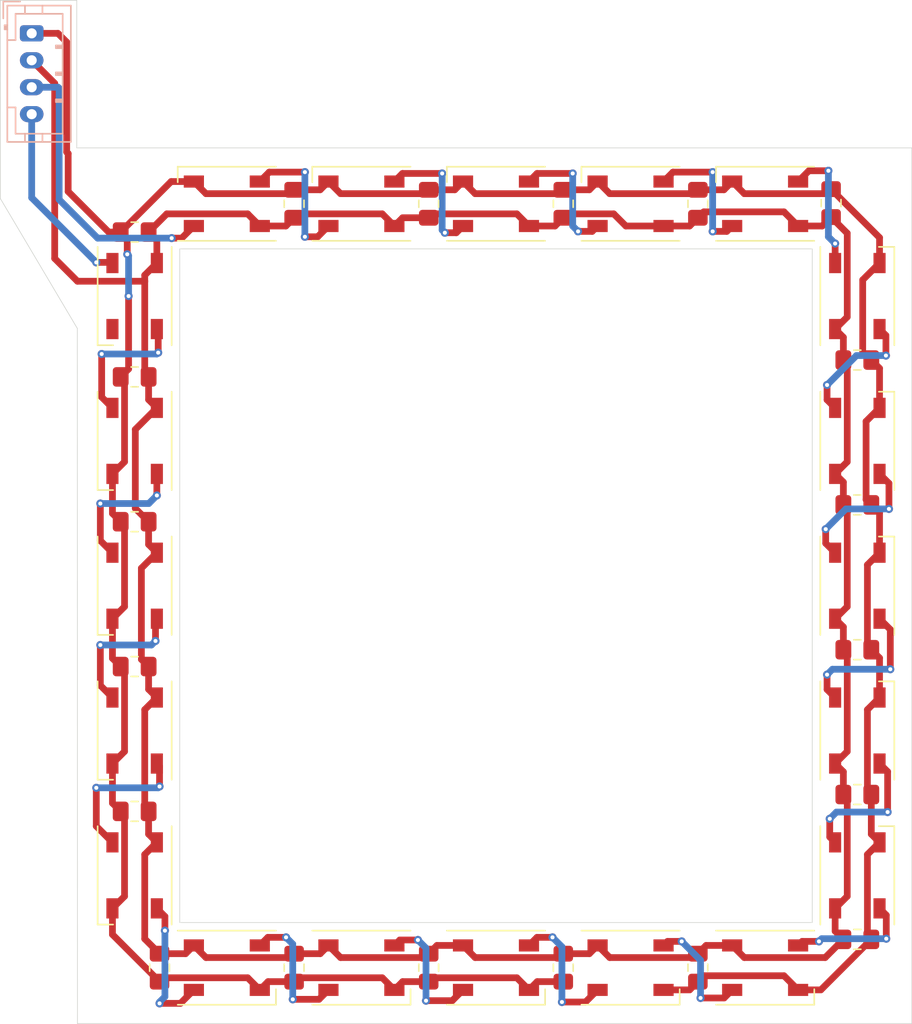
<source format=kicad_pcb>
(kicad_pcb (version 20240108) (generator "pcbnew") (generator_version "8.0")
  (layers (0 "F.Cu" signal) (31 "B.Cu" signal) (34 "B.Paste" user) (35 "F.Paste" user) (36 "B.SilkS" user "B.Silkscreen") (37 "F.SilkS" user "F.Silkscreen") (38 "B.Mask" user) (39 "F.Mask" user) (44 "Edge.Cuts" user))
  (net 0 "")
  (net 1 "Net-(D1-DOUT)")
  (net 2 "/Signal in")
  (net 3 "GND")
  (net 4 "+5V")
  (net 5 "Net-(D2-DOUT)")
  (net 6 "Net-(D3-DOUT)")
  (net 7 "Net-(D4-DOUT)")
  (net 8 "Net-(D5-DOUT)")
  (net 9 "Net-(D6-DOUT)")
  (net 10 "Net-(D7-DOUT)")
  (net 11 "Net-(D8-DOUT)")
  (net 12 "Net-(D10-DIN)")
  (net 13 "Net-(D10-DOUT)")
  (net 14 "Net-(D11-DOUT)")
  (net 15 "Net-(D12-DOUT)")
  (net 16 "Net-(D13-DOUT)")
  (net 17 "Net-(D14-DOUT)")
  (net 18 "/Signal Out")
  (net 19 "Net-(D15-DOUT)")
  (net 20 "Net-(D16-DOUT)")
  (net 21 "Net-(D18-DOUT)")
  (net 22 "Net-(D19-DOUT)")
  (net 24 "Net-(D17-DOUT)")
  (footprint "Capacitor_SMD:C_0805_2012Metric_Pad1.18x1.45mm_HandSolder" (layer "F.Cu") (at 216.9 36.6 90)
    (property "Reference" "C5" (hide yes))
    (property "Value" "C" (hide yes))
  )
  (footprint "LED_SMD:LED_WS2812B_PLCC4_5.0x5.0mm_P3.2mm" (layer "F.Cu") (at 165.15 86.5 -90)
    (property "Reference" "D16" (hide yes))
    (property "Value" "WS2812B" (hide yes))
  )
  (footprint "LED_SMD:LED_WS2812B_PLCC4_5.0x5.0mm_P3.2mm" (layer "F.Cu") (at 165.15 43.5 -90)
    (property "Reference" "D20" (hide yes))
    (property "Value" "WS2812B" (hide yes))
  )
  (footprint "Capacitor_SMD:C_0805_2012Metric_Pad1.18x1.45mm_HandSolder" (layer "F.Cu") (at 218.85 91.25)
    (property "Reference" "C10" (hide yes))
    (property "Value" "C" (hide yes))
  )
  (footprint "LED_SMD:LED_WS2812B_PLCC4_5.0x5.0mm_P3.2mm" (layer "F.Cu") (at 212 36.65 180)
    (property "Reference" "D5" (hide yes))
    (property "Value" "WS2812B" (hide yes))
  )
  (footprint "Capacitor_SMD:C_0805_2012Metric_Pad1.18x1.45mm_HandSolder" (layer "F.Cu") (at 167 93.35 -90)
    (property "Reference" "C15" (hide yes))
    (property "Value" "C" (hide yes))
  )
  (footprint "Capacitor_SMD:C_0805_2012Metric_Pad1.18x1.45mm_HandSolder" (layer "F.Cu") (at 165.15 71 180)
    (property "Reference" "C17" (hide yes))
    (property "Value" "C" (hide yes))
  )
  (footprint "Capacitor_SMD:C_0805_2012Metric_Pad1.18x1.45mm_HandSolder" (layer "F.Cu") (at 218.85 69.75)
    (property "Reference" "C8" (hide yes))
    (property "Value" "C" (hide yes))
  )
  (footprint "LED_SMD:LED_WS2812B_PLCC4_5.0x5.0mm_P3.2mm" (layer "F.Cu") (at 218.85 65 90)
    (property "Reference" "D8" (hide yes))
    (property "Value" "WS2812B" (hide yes))
  )
  (footprint "Capacitor_SMD:C_0805_2012Metric_Pad1.18x1.45mm_HandSolder" (layer "F.Cu") (at 197 36.65 90)
    (property "Reference" "C3" (hide yes))
    (property "Value" "C" (hide yes))
  )
  (footprint "LED_SMD:LED_WS2812B_PLCC4_5.0x5.0mm_P3.2mm" (layer "F.Cu") (at 218.85 75.75 90)
    (property "Reference" "D9" (hide yes))
    (property "Value" "WS2812B" (hide yes))
  )
  (footprint "MountingHole:MountingHole_2.2mm_M2" (layer "F.Cu") (at 220.4 35)
    (property "Reference" "REF**" (hide yes))
    (property "Value" "MountingHole_2.2mm_M2" (hide yes))
  )
  (footprint "Capacitor_SMD:C_0805_2012Metric_Pad1.18x1.45mm_HandSolder" (layer "F.Cu") (at 177 36.65 90)
    (property "Reference" "C1" (hide yes))
    (property "Value" "C" (hide yes))
  )
  (footprint "Capacitor_SMD:C_0805_2012Metric_Pad1.18x1.45mm_HandSolder" (layer "F.Cu") (at 187 93.35 -90)
    (property "Reference" "C13" (hide yes))
    (property "Value" "C" (hide yes))
  )
  (footprint "LED_SMD:LED_WS2812B_PLCC4_5.0x5.0mm_P3.2mm" (layer "F.Cu") (at 202 36.65 180)
    (property "Reference" "D4" (hide yes))
    (property "Value" "WS2812B" (hide yes))
  )
  (footprint "Capacitor_SMD:C_0805_2012Metric_Pad1.18x1.45mm_HandSolder" (layer "F.Cu") (at 165.15 81.75 180)
    (property "Reference" "C16" (hide yes))
    (property "Value" "C" (hide yes))
  )
  (footprint "Capacitor_SMD:C_0805_2012Metric_Pad1.18x1.45mm_HandSolder" (layer "F.Cu") (at 165.15 38.75 180)
    (property "Reference" "C20" (hide yes))
    (property "Value" "C" (hide yes))
  )
  (footprint "Capacitor_SMD:C_0805_2012Metric_Pad1.18x1.45mm_HandSolder" (layer "F.Cu") (at 165.15 49.5 180)
    (property "Reference" "C19" (hide yes))
    (property "Value" "C" (hide yes))
  )
  (footprint "LED_SMD:LED_WS2812B_PLCC4_5.0x5.0mm_P3.2mm" (layer "F.Cu") (at 165.15 54.25 -90)
    (property "Reference" "D19" (hide yes))
    (property "Value" "WS2812B" (hide yes))
  )
  (footprint "LED_SMD:LED_WS2812B_PLCC4_5.0x5.0mm_P3.2mm" (layer "F.Cu") (at 218.85 54.25 90)
    (property "Reference" "D7" (hide yes))
    (property "Value" "WS2812B" (hide yes))
  )
  (footprint "Capacitor_SMD:C_0805_2012Metric_Pad1.18x1.45mm_HandSolder" (layer "F.Cu") (at 187 36.65 90)
    (property "Reference" "C2" (hide yes))
    (property "Value" "C")
  )
  (footprint "MountingHole:MountingHole_2.2mm_M2" (layer "F.Cu") (at 220.4 95)
    (property "Reference" "REF**" (hide yes))
    (property "Value" "MountingHole_2.2mm_M2" (hide yes))
  )
  (footprint "Capacitor_SMD:C_0805_2012Metric_Pad1.18x1.45mm_HandSolder" (layer "F.Cu") (at 165.15 60.25 180)
    (property "Reference" "C18" (hide yes))
    (property "Value" "C" (hide yes))
  )
  (footprint "Capacitor_SMD:C_0805_2012Metric_Pad1.18x1.45mm_HandSolder" (layer "F.Cu") (at 207 93.35 -90)
    (property "Reference" "C11" (hide yes))
    (property "Value" "C" (hide yes))
  )
  (footprint "MountingHole:MountingHole_2.2mm_M2" (layer "F.Cu") (at 163.4 35)
    (property "Reference" "REF**" (hide yes))
    (property "Value" "MountingHole_2.2mm_M2" (hide yes))
  )
  (footprint "Capacitor_SMD:C_0805_2012Metric_Pad1.18x1.45mm_HandSolder" (layer "F.Cu") (at 177 93.35 -90)
    (property "Reference" "C14" (hide yes))
    (property "Value" "C" (hide yes))
  )
  (footprint "Capacitor_SMD:C_0805_2012Metric_Pad1.18x1.45mm_HandSolder" (layer "F.Cu") (at 218.85 48.25)
    (property "Reference" "C6" (hide yes))
    (property "Value" "C" (hide yes))
  )
  (footprint "LED_SMD:LED_WS2812B_PLCC4_5.0x5.0mm_P3.2mm" (layer "F.Cu") (at 182 93.35)
    (property "Reference" "D14" (hide yes))
    (property "Value" "WS2812B" (hide yes))
  )
  (footprint "MountingHole:MountingHole_2.2mm_M2" (layer "F.Cu") (at 163.4 95)
    (property "Reference" "REF**" (hide yes))
    (property "Value" "MountingHole_2.2mm_M2" (hide yes))
  )
  (footprint "LED_SMD:LED_WS2812B_PLCC4_5.0x5.0mm_P3.2mm" (layer "F.Cu") (at 192 36.65 180)
    (property "Reference" "D3" (hide yes))
    (property "Value" "WS2812B" (hide yes))
  )
  (footprint "LED_SMD:LED_WS2812B_PLCC4_5.0x5.0mm_P3.2mm" (layer "F.Cu") (at 172 36.65 180)
    (property "Reference" "D1" (hide yes))
    (property "Value" "WS2812B" (hide yes))
  )
  (footprint "LED_SMD:LED_WS2812B_PLCC4_5.0x5.0mm_P3.2mm" (layer "F.Cu") (at 192 93.35)
    (property "Reference" "D13" (hide yes))
    (property "Value" "WS2812B" (hide yes))
  )
  (footprint "LED_SMD:LED_WS2812B_PLCC4_5.0x5.0mm_P3.2mm" (layer "F.Cu") (at 218.85 86.5 90)
    (property "Reference" "D10" (hide yes))
    (property "Value" "WS2812B" (hide yes))
  )
  (footprint "LED_SMD:LED_WS2812B_PLCC4_5.0x5.0mm_P3.2mm" (layer "F.Cu") (at 172 93.35)
    (property "Reference" "D15" (hide yes))
    (property "Value" "WS2812B" (hide yes))
  )
  (footprint "LED_SMD:LED_WS2812B_PLCC4_5.0x5.0mm_P3.2mm" (layer "F.Cu") (at 165.15 75.75 -90)
    (property "Reference" "D17" (hide yes))
    (property "Value" "WS2812B" (hide yes))
  )
  (footprint "LED_SMD:LED_WS2812B_PLCC4_5.0x5.0mm_P3.2mm" (layer "F.Cu") (at 182 36.65 180)
    (property "Reference" "D2" (hide yes))
    (property "Value" "WS2812B" (hide yes))
  )
  (footprint "Capacitor_SMD:C_0805_2012Metric_Pad1.18x1.45mm_HandSolder" (layer "F.Cu") (at 218.85 59)
    (property "Reference" "C7" (hide yes))
    (property "Value" "C" (hide yes))
  )
  (footprint "Capacitor_SMD:C_0805_2012Metric_Pad1.18x1.45mm_HandSolder" (layer "F.Cu") (at 218.85 80.5)
    (property "Reference" "C9" (hide yes))
    (property "Value" "C" (hide yes))
  )
  (footprint "Capacitor_SMD:C_0805_2012Metric_Pad1.18x1.45mm_HandSolder" (layer "F.Cu") (at 207 36.65 90)
    (property "Reference" "C4" (hide yes))
    (property "Value" "C" (hide yes))
  )
  (footprint "LED_SMD:LED_WS2812B_PLCC4_5.0x5.0mm_P3.2mm" (layer "F.Cu") (at 165.15 65 -90)
    (property "Reference" "D18" (hide yes))
    (property "Value" "WS2812B" (hide yes))
  )
  (footprint "LED_SMD:LED_WS2812B_PLCC4_5.0x5.0mm_P3.2mm" (layer "F.Cu") (at 212 93.35)
    (property "Reference" "D11" (hide yes))
    (property "Value" "WS2812B" (hide yes))
  )
  (footprint "Capacitor_SMD:C_0805_2012Metric_Pad1.18x1.45mm_HandSolder" (layer "F.Cu") (at 197 93.35 -90)
    (property "Reference" "C12" (hide yes))
    (property "Value" "C" (hide yes))
  )
  (footprint "LED_SMD:LED_WS2812B_PLCC4_5.0x5.0mm_P3.2mm" (layer "F.Cu") (at 218.85 43.5 90)
    (property "Reference" "D6" (hide yes))
    (property "Value" "WS2812B" (hide yes))
  )
  (footprint "LED_SMD:LED_WS2812B_PLCC4_5.0x5.0mm_P3.2mm" (layer "F.Cu") (at 202 93.35)
    (property "Reference" "D12" (hide yes))
    (property "Value" "WS2812B" (hide yes))
  )
  (footprint "Connector_JST:JST_PH_B4B-PH-K_1x04_P2.00mm_Vertical" (layer "B.Cu") (at 157.5 24 -90)
    (property "Reference" "J1" (hide yes))
    (property "Value" "Conn_01x04_Pin" (hide yes))
  )
  (gr_line (start 160.9 97.5) (end 160.89 45.9) (stroke (width 0.05)) (layer "Edge.Cuts"))
  (gr_line (start 155.175 21.55) (end 155.17 36.26) (stroke (width 0.05)) (layer "Edge.Cuts"))
  (gr_line (start 160.85 32.5) (end 222.9 32.5) (stroke (width 0.05)) (layer "Edge.Cuts"))
  (gr_rect (start 168.5 40) (end 215.5 90) (stroke (width 0.05)) (fill none) (layer "Edge.Cuts"))
  (gr_line (start 222.9 97.5) (end 160.9 97.5) (stroke (width 0.05)) (layer "Edge.Cuts"))
  (gr_line (start 222.9 32.5) (end 222.9 97.5) (stroke (width 0.05)) (layer "Edge.Cuts"))
  (gr_line (start 155.17 36.26) (end 160.89 45.9) (stroke (width 0.05)) (layer "Edge.Cuts"))
  (gr_line (start 155.175 21.55) (end 160.85 21.55) (stroke (width 0.05)) (layer "Edge.Cuts"))
  (gr_line (start 160.85 21.55) (end 160.85 32.5) (stroke (width 0.05)) (layer "Edge.Cuts"))
  (segment (start 177.8 39.1) (end 178.75 39.1) (width 0.5) (layer "F.Cu") (net 1))
  (segment (start 175.15 34.3) (end 174.45 35) (width 0.5) (layer "F.Cu") (net 1))
  (segment (start 177.8 34.3) (end 175.15 34.3) (width 0.5) (layer "F.Cu") (net 1))
  (segment (start 178.75 39.1) (end 179.55 38.3) (width 0.5) (layer "F.Cu") (net 1))
  (via (at 177.8 34.3) (size 0.6) (drill 0.3) (layers "F.Cu" "B.Cu") (net 1))
  (via (at 177.8 39.1) (size 0.6) (drill 0.3) (layers "F.Cu" "B.Cu") (net 1))
  (segment (start 177.8 34.3) (end 177.8 39.1) (width 0.5) (layer "B.Cu") (net 1))
  (segment (start 168.65 39.2) (end 169.55 38.3) (width 0.5) (layer "F.Cu") (net 2))
  (segment (start 167.9 39.2) (end 168.65 39.2) (width 0.5) (layer "F.Cu") (net 2))
  (via (at 167.9 39.2) (size 0.6) (drill 0.3) (layers "F.Cu" "B.Cu") (net 2))
  (segment (start 159.46 28) (end 157.5 28) (width 0.5) (layer "B.Cu") (net 2))
  (segment (start 159.54 28.08) (end 159.54 36.34) (width 0.5) (layer "B.Cu") (net 2))
  (segment (start 162.4 39.2) (end 167.9 39.2) (width 0.5) (layer "B.Cu") (net 2))
  (segment (start 159.54 36.34) (end 162.4 39.2) (width 0.5) (layer "B.Cu") (net 2))
  (segment (start 159.54 28.08) (end 159.46 28) (width 0.5) (layer "B.Cu") (net 2))
  (segment (start 177 94.3875) (end 177.2875 94.1) (width 0.5) (layer "F.Cu") (net 3))
  (segment (start 195.0625 94.3875) (end 194.45 95) (width 0.5) (layer "F.Cu") (net 3))
  (segment (start 169.55 35) (end 167.8625 35) (width 0.5) (layer "F.Cu") (net 3))
  (segment (start 164.4 49.7875) (end 164.4 55.8) (width 0.5) (layer "F.Cu") (net 3))
  (segment (start 200.45 35.9) (end 199.55 35) (width 0.5) (layer "F.Cu") (net 3))
  (segment (start 220.5 59.6125) (end 219.8875 59) (width 0.5) (layer "F.Cu") (net 3))
  (segment (start 164.1125 49.5) (end 164.4 49.7875) (width 0.5) (layer "F.Cu") (net 3))
  (segment (start 197 94.3875) (end 195.0625 94.3875) (width 0.5) (layer "F.Cu") (net 3))
  (segment (start 219.6 90.9625) (end 219.6 84.95) (width 0.5) (layer "F.Cu") (net 3))
  (segment (start 163.5 56.7) (end 163.5 59.6375) (width 0.5) (layer "F.Cu") (net 3))
  (segment (start 177.2875 94.1) (end 183.55 94.1) (width 0.5) (layer "F.Cu") (net 3))
  (segment (start 219.25 42.3) (end 219.25 47.6125) (width 0.5) (layer "F.Cu") (net 3))
  (segment (start 216.5625 35.9) (end 216.9 35.5625) (width 0.5) (layer "F.Cu") (net 3))
  (segment (start 163.5 88.95) (end 163.5 90.8875) (width 0.5) (layer "F.Cu") (net 3))
  (segment (start 163.5 59.6375) (end 164.1125 60.25) (width 0.5) (layer "F.Cu") (net 3))
  (segment (start 163.5 78.2) (end 163.5 81.1375) (width 0.5) (layer "F.Cu") (net 3))
  (segment (start 220.5 48.8625) (end 219.8875 48.25) (width 0.5) (layer "F.Cu") (net 3))
  (segment (start 206.7125 35.9) (end 200.45 35.9) (width 0.5) (layer "F.Cu") (net 3))
  (segment (start 160.1 32.81066) (end 160.21 32.92066) (width 0.5) (layer "F.Cu") (net 3))
  (segment (start 196.7125 35.9) (end 197 35.6125) (width 0.5) (layer "F.Cu") (net 3))
  (segment (start 174.45 95) (end 173.55 94.1) (width 0.5) (layer "F.Cu") (net 3))
  (segment (start 186.7125 35.9) (end 187 35.6125) (width 0.5) (layer "F.Cu") (net 3))
  (segment (start 163.5 81.1375) (end 164.1125 81.75) (width 0.5) (layer "F.Cu") (net 3))
  (segment (start 190.45 35.9) (end 196.7125 35.9) (width 0.5) (layer "F.Cu") (net 3))
  (segment (start 219.6 84.95) (end 220.5 84.05) (width 0.5) (layer "F.Cu") (net 3))
  (segment (start 219.8875 80.5) (end 219.8875 83.4375) (width 0.5) (layer "F.Cu") (net 3))
  (segment (start 208.9375 35.6125) (end 209.55 35) (width 0.5) (layer "F.Cu") (net 3))
  (segment (start 164.6 40.4) (end 164.6 39.2375) (width 0.5) (layer "F.Cu") (net 3))
  (segment (start 220.5 39.1625) (end 220.5 41.05) (width 0.5) (layer "F.Cu") (net 3))
  (segment (start 219.6 80.2125) (end 219.6 74.2) (width 0.5) (layer "F.Cu") (net 3))
  (segment (start 163.5 67.45) (end 163.5 70.3875) (width 0.5) (layer "F.Cu") (net 3))
  (segment (start 183.55 94.1) (end 184.45 95) (width 0.5) (layer "F.Cu") (net 3))
  (segment (start 213.4 93.95) (end 207.4375 93.95) (width 0.5) (layer "F.Cu") (net 3))
  (segment (start 176.7 35.9) (end 170.45 35.9) (width 0.5) (layer "F.Cu") (net 3))
  (segment (start 207 35.6125) (end 206.7125 35.9) (width 0.5) (layer "F.Cu") (net 3))
  (segment (start 170.45 35.9) (end 169.55 35) (width 0.5) (layer "F.Cu") (net 3))
  (segment (start 187 94.3875) (end 185.0625 94.3875) (width 0.5) (layer "F.Cu") (net 3))
  (segment (start 173.55 94.1) (end 167.2875 94.1) (width 0.5) (layer "F.Cu") (net 3))
  (segment (start 197 35.6125) (end 198.9375 35.6125) (width 0.5) (layer "F.Cu") (net 3))
  (segment (start 163.5 90.8875) (end 167 94.3875) (width 0.5) (layer "F.Cu") (net 3))
  (segment (start 216.9 35.5625) (end 220.5 39.1625) (width 0.5) (layer "F.Cu") (net 3))
  (segment (start 164.1125 60.25) (end 164.4 60.5375) (width 0.5) (layer "F.Cu") (net 3))
  (segment (start 164.4 71.2875) (end 164.4 77.3) (width 0.5) (layer "F.Cu") (net 3))
  (segment (start 164.4 60.5375) (end 164.4 66.55) (width 0.5) (layer "F.Cu") (net 3))
  (segment (start 176.9875 35.6125) (end 176.7 35.9) (width 0.5) (layer "F.Cu") (net 3))
  (segment (start 167.2875 94.1) (end 167 94.3875) (width 0.5) (layer "F.Cu") (net 3))
  (segment (start 220.5 73.3) (end 220.5 70.3625) (width 0.5) (layer "F.Cu") (net 3))
  (segment (start 180.45 35.9) (end 186.7125 35.9) (width 0.5) (layer "F.Cu") (net 3))
  (segment (start 207 35.6125) (end 208.9375 35.6125) (width 0.5) (layer "F.Cu") (net 3))
  (segment (start 187 35.6125) (end 188.9375 35.6125) (width 0.5) (layer "F.Cu") (net 3))
  (segment (start 206.3875 95) (end 207 94.3875) (width 0.5) (layer "F.Cu") (net 3))
  (segment (start 164.1125 71) (end 164.4 71.2875) (width 0.5) (layer "F.Cu") (net 3))
  (segment (start 219.5 52.8) (end 220.5 51.8) (width 0.5) (layer "F.Cu") (net 3))
  (segment (start 164.7 48.9125) (end 164.7 43.5) (width 0.5) (layer "F.Cu") (net 3))
  (segment (start 187.2875 94.1) (end 193.55 94.1) (width 0.5) (layer "F.Cu") (net 3))
  (segment (start 219.8875 83.4375) (end 220.5 84.05) (width 0.5) (layer "F.Cu") (net 3))
  (segment (start 164.4 77.3) (end 163.5 78.2) (width 0.5) (layer "F.Cu") (net 3))
  (segment (start 198.9375 35.6125) (end 199.55 35) (width 0.5) (layer "F.Cu") (net 3))
  (segment (start 219.5 58.6125) (end 219.5 52.8) (width 0.5) (layer "F.Cu") (net 3))
  (segment (start 185.0625 94.3875) (end 184.45 95) (width 0.5) (layer "F.Cu") (net 3))
  (segment (start 163.5 88.95) (end 164.4 88.05) (width 0.5) (layer "F.Cu") (net 3))
  (segment (start 220.5 70.3625) (end 219.8875 69.75) (width 0.5) (layer "F.Cu") (net 3))
  (segment (start 188.9375 35.6125) (end 189.55 35) (width 0.5) (layer "F.Cu") (net 3))
  (segment (start 164.4 82.0375) (end 164.1125 81.75) (width 0.5) (layer "F.Cu") (net 3))
  (segment (start 157.5 24) (end 159.45 24) (width 0.5) (layer "F.Cu") (net 3))
  (segment (start 177 35.6125) (end 176.9875 35.6125) (width 0.5) (layer "F.Cu") (net 3))
  (segment (start 163.5 70.3875) (end 164.1125 71) (width 0.5) (layer "F.Cu") (net 3))
  (segment (start 220.5 41.05) (end 219.25 42.3) (width 0.5) (layer "F.Cu") (net 3))
  (segment (start 160.21 35.74) (end 163.22 38.75) (width 0.5) (layer "F.Cu") (net 3))
  (segment (start 219.6 63.45) (end 220.5 62.55) (width 0.5) (layer "F.Cu") (net 3))
  (segment (start 204.45 95) (end 206.3875 95) (width 0.5) (layer "F.Cu") (net 3))
  (segment (start 219.8875 59) (end 219.5 58.6125) (width 0.5) (layer "F.Cu") (net 3))
  (segment (start 160.21 32.92066) (end 160.21 35.74) (width 0.5) (layer "F.Cu") (net 3))
  (segment (start 193.55 94.1) (end 194.45 95) (width 0.5) (layer "F.Cu") (net 3))
  (segment (start 178.9375 35.6125) (end 179.55 35) (width 0.5) (layer "F.Cu") (net 3))
  (segment (start 214.45 95) (end 213.4 93.95) (width 0.5) (layer "F.Cu") (net 3))
  (segment (start 163.22 38.75) (end 164.1125 38.75) (width 0.5) (layer "F.Cu") (net 3))
  (segment (start 210.45 35.9) (end 216.5625 35.9) (width 0.5) (layer "F.Cu") (net 3))
  (segment (start 209.55 35) (end 210.45 35.9) (width 0.5) (layer "F.Cu") (net 3))
  (segment (start 220.5 62.55) (end 220.5 59.6125) (width 0.5) (layer "F.Cu") (net 3))
  (segment (start 164.6 39.2375) (end 164.1125 38.75) (width 0.5) (layer "F.Cu") (net 3))
  (segment (start 219.6 74.2) (end 220.5 73.3) (width 0.5) (layer "F.Cu") (net 3))
  (segment (start 187 94.3875) (end 187.2875 94.1) (width 0.5) (layer "F.Cu") (net 3))
  (segment (start 219.8875 80.5) (end 219.6 80.2125) (width 0.5) (layer "F.Cu") (net 3))
  (segment (start 219.25 47.6125) (end 219.8875 48.25) (width 0.5) (layer "F.Cu") (net 3))
  (segment (start 164.4 88.05) (end 164.4 82.0375) (width 0.5) (layer "F.Cu") (net 3))
  (segment (start 159.45 24) (end 160.1 24.65) (width 0.5) (layer "F.Cu") (net 3))
  (segment (start 175.0625 94.3875) (end 174.45 95) (width 0.5) (layer "F.Cu") (net 3))
  (segment (start 219.8875 69.75) (end 219.6 69.4625) (width 0.5) (layer "F.Cu") (net 3))
  (segment (start 177 94.3875) (end 175.0625 94.3875) (width 0.5) (layer "F.Cu") (net 3))
  (segment (start 220.5 51.8) (end 220.5 48.8625) (width 0.5) (layer "F.Cu") (net 3))
  (segment (start 219.6 69.4625) (end 219.6 63.45) (width 0.5) (layer "F.Cu") (net 3))
  (segment (start 219.8875 91.25) (end 219.6 90.9625) (width 0.5) (layer "F.Cu") (net 3))
  (segment (start 207.4375 93.95) (end 207 94.3875) (width 0.5) (layer "F.Cu") (net 3))
  (segment (start 216.1375 95) (end 219.8875 91.25) (width 0.5) (layer "F.Cu") (net 3))
  (segment (start 177 35.6125) (end 178.9375 35.6125) (width 0.5) (layer "F.Cu") (net 3))
  (segment (start 164.4 55.8) (end 163.5 56.7) (width 0.5) (layer "F.Cu") (net 3))
  (segment (start 179.55 35) (end 180.45 35.9) (width 0.5) (layer "F.Cu") (net 3))
  (segment (start 164.1125 49.5) (end 164.7 48.9125) (width 0.5) (layer "F.Cu") (net 3))
  (segment (start 167.8625 35) (end 164.1125 38.75) (width 0.5) (layer "F.Cu") (net 3))
  (segment (start 214.45 95) (end 216.1375 95) (width 0.5) (layer "F.Cu") (net 3))
  (segment (start 189.55 35) (end 190.45 35.9) (width 0.5) (layer "F.Cu") (net 3))
  (segment (start 164.4 66.55) (end 163.5 67.45) (width 0.5) (layer "F.Cu") (net 3))
  (segment (start 160.1 24.65) (end 160.1 32.81066) (width 0.5) (layer "F.Cu") (net 3))
  (via (at 164.7 43.5) (size 0.6) (drill 0.3) (layers "F.Cu" "B.Cu") (net 3))
  (via (at 164.6 40.4) (size 0.6) (drill 0.3) (layers "F.Cu" "B.Cu") (net 3))
  (segment (start 164.7 43.5) (end 164.7 40.5) (width 0.5) (layer "B.Cu") (net 3))
  (segment (start 164.7 40.5) (end 164.6 40.4) (width 0.5) (layer "B.Cu") (net 3))
  (segment (start 217.8125 59) (end 218.1 59.2875) (width 0.5) (layer "F.Cu") (net 4))
  (segment (start 207.4375 37.25) (end 207 37.6875) (width 0.5) (layer "F.Cu") (net 4))
  (segment (start 217.8125 46.5625) (end 217.2 45.95) (width 0.5) (layer "F.Cu") (net 4))
  (segment (start 217.8125 78.8125) (end 217.2 78.2) (width 0.5) (layer "F.Cu") (net 4))
  (segment (start 166.1875 61.9375) (end 166.8 62.55) (width 0.5) (layer "F.Cu") (net 4))
  (segment (start 184.45 38.3) (end 183.55 37.4) (width 0.5) (layer "F.Cu") (net 4))
  (segment (start 218.1 59.2875) (end 218.1 66.55) (width 0.5) (layer "F.Cu") (net 4))
  (segment (start 179.55 91.7) (end 180.45 92.6) (width 0.5) (layer "F.Cu") (net 4))
  (segment (start 218.1 48.5375) (end 218.1 55.8) (width 0.5) (layer "F.Cu") (net 4))
  (segment (start 209.55 91.7) (end 207.6125 91.7) (width 0.5) (layer "F.Cu") (net 4))
  (segment (start 194.45 38.3) (end 196.3875 38.3) (width 0.5) (layer "F.Cu") (net 4))
  (segment (start 218.1 66.55) (end 217.2 67.45) (width 0.5) (layer "F.Cu") (net 4))
  (segment (start 166.1875 49.5) (end 165.9 49.2125) (width 0.5) (layer "F.Cu") (net 4))
  (segment (start 159.21 40.71) (end 159.21 27.71) (width 0.5) (layer "F.Cu") (net 4))
  (segment (start 183.55 37.4) (end 177.2875 37.4) (width 0.5) (layer "F.Cu") (net 4))
  (segment (start 159.21 27.71) (end 157.5 26) (width 0.5) (layer "F.Cu") (net 4))
  (segment (start 177 92.3125) (end 178.9375 92.3125) (width 0.5) (layer "F.Cu") (net 4))
  (segment (start 166.1875 72.6875) (end 166.8 73.3) (width 0.5) (layer "F.Cu") (net 4))
  (segment (start 204.45 38.3) (end 206.3875 38.3) (width 0.5) (layer "F.Cu") (net 4))
  (segment (start 170.45 92.6) (end 169.55 91.7) (width 0.5) (layer "F.Cu") (net 4))
  (segment (start 165.9 84.95) (end 166.8 84.05) (width 0.5) (layer "F.Cu") (net 4))
  (segment (start 165.2 59.2625) (end 166.1875 60.25) (width 0.5) (layer "F.Cu") (net 4))
  (segment (start 218.1 70.0375) (end 218.1 77.3) (width 0.5) (layer "F.Cu") (net 4))
  (segment (start 187.6125 91.7) (end 187 92.3125) (width 0.5) (layer "F.Cu") (net 4))
  (segment (start 166.1875 51.1875) (end 166.8 51.8) (width 0.5) (layer "F.Cu") (net 4))
  (segment (start 176.3875 38.3) (end 177 37.6875) (width 0.5) (layer "F.Cu") (net 4))
  (segment (start 218.1 38.8375) (end 218.1 45.05) (width 0.5) (layer "F.Cu") (net 4))
  (segment (start 198.9375 92.3125) (end 199.55 91.7) (width 0.5) (layer "F.Cu") (net 4))
  (segment (start 217.8125 48.25) (end 217.8125 46.5625) (width 0.5) (layer "F.Cu") (net 4))
  (segment (start 214.45 38.3) (end 216.2375 38.3) (width 0.5) (layer "F.Cu") (net 4))
  (segment (start 189.55 91.7) (end 190.45 92.6) (width 0.5) (layer "F.Cu") (net 4))
  (segment (start 165.9 41.95) (end 166.8 41.05) (width 0.5) (layer "F.Cu") (net 4))
  (segment (start 165.9 91.2125) (end 165.9 84.95) (width 0.5) (layer "F.Cu") (net 4))
  (segment (start 166.1875 81.75) (end 166.1875 83.4375) (width 0.5) (layer "F.Cu") (net 4))
  (segment (start 217.8125 68.0625) (end 217.2 67.45) (width 0.5) (layer "F.Cu") (net 4))
  (segment (start 165.9 42.4) (end 165.9 41.95) (width 0.5) (layer "F.Cu") (net 4))
  (segment (start 217.8125 69.75) (end 218.1 70.0375) (width 0.5) (layer "F.Cu") (net 4))
  (segment (start 197.2875 37.4) (end 200.75 37.4) (width 0.5) (layer "F.Cu") (net 4))
  (segment (start 186.7125 92.6) (end 187 92.3125) (width 0.5) (layer "F.Cu") (net 4))
  (segment (start 165.2 53.4) (end 165.2 59.2625) (width 0.5) (layer "F.Cu") (net 4))
  (segment (start 206.3875 38.3) (end 207 37.6875) (width 0.5) (layer "F.Cu") (net 4))
  (segment (start 201.65 38.3) (end 204.45 38.3) (width 0.5) (layer "F.Cu") (net 4))
  (segment (start 218.1 88.05) (end 217.2 88.95) (width 0.5) (layer "F.Cu") (net 4))
  (segment (start 217.2 88.95) (end 217.2 90.6375) (width 0.5) (layer "F.Cu") (net 4))
  (segment (start 193.55 37.4) (end 194.45 38.3) (width 0.5) (layer "F.Cu") (net 4))
  (segment (start 218.1 80.7875) (end 218.1 88.05) (width 0.5) (layer "F.Cu") (net 4))
  (segment (start 166.1875 83.4375) (end 166.8 84.05) (width 0.5) (layer "F.Cu") (net 4))
  (segment (start 166.1875 49.5) (end 166.1875 51.1875) (width 0.5) (layer "F.Cu") (net 4))
  (segment (start 166.8 73.3) (end 165.9 74.2) (width 0.5) (layer "F.Cu") (net 4))
  (segment (start 197 37.6875) (end 197.2875 37.4) (width 0.5) (layer "F.Cu") (net 4))
  (segment (start 196.3875 38.3) (end 197 37.6875) (width 0.5) (layer "F.Cu") (net 4))
  (segment (start 189.55 91.7) (end 187.6125 91.7) (width 0.5) (layer "F.Cu") (net 4))
  (segment (start 160.9 42.4) (end 159.21 40.71) (width 0.5) (layer "F.Cu") (net 4))
  (segment (start 166.8 39.3625) (end 166.1875 38.75) (width 0.5) (layer "F.Cu") (net 4))
  (segment (start 180.45 92.6) (end 186.7125 92.6) (width 0.5) (layer "F.Cu") (net 4))
  (segment (start 167 92.3125) (end 165.9 91.2125) (width 0.5) (layer "F.Cu") (net 4))
  (segment (start 177.2875 37.4) (end 177 37.6875) (width 0.5) (layer "F.Cu") (net 4))
  (segment (start 197 92.3125) (end 198.9375 92.3125) (width 0.5) (layer "F.Cu") (net 4))
  (segment (start 217.8125 48.25) (end 218.1 48.5375) (width 0.5) (layer "F.Cu") (net 4))
  (segment (start 217.8125 91.25) (end 216.4625 92.6) (width 0.5) (layer "F.Cu") (net 4))
  (segment (start 165.65 63.7) (end 166.8 62.55) (width 0.5) (layer "F.Cu") (net 4))
  (segment (start 185.0625 37.6875) (end 184.45 38.3) (width 0.5) (layer "F.Cu") (net 4))
  (segment (start 210.45 92.6) (end 209.55 91.7) (width 0.5) (layer "F.Cu") (net 4))
  (segment (start 166.1875 71) (end 165.65 70.4625) (width 0.5) (layer "F.Cu") (net 4))
  (segment (start 217.8125 59) (end 217.8125 57.3125) (width 0.5) (layer "F.Cu") (net 4))
  (segment (start 218.1 77.3) (end 217.2 78.2) (width 0.5) (layer "F.Cu") (net 4))
  (segment (start 218.1 45.05) (end 217.2 45.95) (width 0.5) (layer "F.Cu") (net 4))
  (segment (start 217.8125 57.3125) (end 217.2 56.7) (width 0.5) (layer "F.Cu") (net 4))
  (segment (start 216.4625 92.6) (end 210.45 92.6) (width 0.5) (layer "F.Cu") (net 4))
  (segment (start 167 92.3125) (end 168.9375 92.3125) (width 0.5) (layer "F.Cu") (net 4))
  (segment (start 200.75 37.4) (end 201.65 38.3) (width 0.5) (layer "F.Cu") (net 4))
  (segment (start 167.5375 37.4) (end 173.55 37.4) (width 0.5) (layer "F.Cu") (net 4))
  (segment (start 166.1875 38.75) (end 167.5375 37.4) (width 0.5) (layer "F.Cu") (net 4))
  (segment (start 166.8 41.05) (end 166.8 39.3625) (width 0.5) (layer "F.Cu") (net 4))
  (segment (start 173.55 37.4) (end 174.45 38.3) (width 0.5) (layer "F.Cu") (net 4))
  (segment (start 187 37.6875) (end 187.2875 37.4) (width 0.5) (layer "F.Cu") (net 4))
  (segment (start 218.1 55.8) (end 217.2 56.7) (width 0.5) (layer "F.Cu") (net 4))
  (segment (start 217.8125 69.75) (end 217.8125 68.0625) (width 0.5) (layer "F.Cu") (net 4))
  (segment (start 196.7125 92.6) (end 197 92.3125) (width 0.5) (layer "F.Cu") (net 4))
  (segment (start 200.45 92.6) (end 199.55 91.7) (width 0.5) (layer "F.Cu") (net 4))
  (segment (start 206.7125 92.6) (end 200.45 92.6) (width 0.5) (layer "F.Cu") (net 4))
  (segment (start 217.2 90.6375) (end 217.8125 91.25) (width 0.5) (layer "F.Cu") (net 4))
  (segment (start 177 92.3125) (end 176.7125 92.6) (width 0.5) (layer "F.Cu") (net 4))
  (segment (start 207 92.3125) (end 206.7125 92.6) (width 0.5) (layer "F.Cu") (net 4))
  (segment (start 178.9375 92.3125) (end 179.55 91.7) (width 0.5) (layer "F.Cu") (net 4))
  (segment (start 214.45 38.3) (end 213.4 37.25) (width 0.5) (layer "F.Cu") (net 4))
  (segment (start 216.2375 38.3) (end 216.9 37.6375) (width 0.5) (layer "F.Cu") (net 4))
  (segment (start 176.7125 92.6) (end 170.45 92.6) (width 0.5) (layer "F.Cu") (net 4))
  (segment (start 216.9 37.6375) (end 218.1 38.8375) (width 0.5) (layer "F.Cu") (net 4))
  (segment (start 217.8125 80.5) (end 217.8125 78.8125) (width 0.5) (layer "F.Cu") (net 4))
  (segment (start 168.9375 92.3125) (end 169.55 91.7) (width 0.5) (layer "F.Cu") (net 4))
  (segment (start 213.4 37.25) (end 207.4375 37.25) (width 0.5) (layer "F.Cu") (net 4))
  (segment (start 187.2875 37.4) (end 193.55 37.4) (width 0.5) (layer "F.Cu") (net 4))
  (segment (start 165.9 49.2125) (end 165.9 42.4) (width 0.5) (layer "F.Cu") (net 4))
  (segment (start 166.1875 71) (end 166.1875 72.6875) (width 0.5) (layer "F.Cu") (net 4))
  (segment (start 174.45 38.3) (end 176.3875 38.3) (width 0.5) (layer "F.Cu") (net 4))
  (segment (start 165.9 74.2) (end 165.9 81.4625) (width 0.5) (layer "F.Cu") (net 4))
  (segment (start 207.6125 91.7) (end 207 92.3125) (width 0.5) (layer "F.Cu") (net 4))
  (segment (start 187 37.6875) (end 185.0625 37.6875) (width 0.5) (layer "F.Cu") (net 4))
  (segment (start 165.65 70.4625) (end 165.65 63.7) (width 0.5) (layer "F.Cu") (net 4))
  (segment (start 217.8125 80.5) (end 218.1 80.7875) (width 0.5) (layer "F.Cu") (net 4))
  (segment (start 165.9 81.4625) (end 166.1875 81.75) (width 0.5) (layer "F.Cu") (net 4))
  (segment (start 165.9 42.4) (end 160.9 42.4) (width 0.5) (layer "F.Cu") (net 4))
  (segment (start 166.1875 60.25) (end 166.1875 61.9375) (width 0.5) (layer "F.Cu") (net 4))
  (segment (start 166.8 51.8) (end 165.2 53.4) (width 0.5) (layer "F.Cu") (net 4))
  (segment (start 190.45 92.6) (end 196.7125 92.6) (width 0.5) (layer "F.Cu") (net 4))
  (segment (start 185.05 34.4) (end 188 34.4) (width 0.5) (layer "F.Cu") (net 5))
  (segment (start 189.05 38.8) (end 189.55 38.3) (width 0.5) (layer "F.Cu") (net 5))
  (segment (start 184.45 35) (end 185.05 34.4) (width 0.5) (layer "F.Cu") (net 5))
  (segment (start 188.2 38.8) (end 189.05 38.8) (width 0.5) (layer "F.Cu") (net 5))
  (via (at 188.2 38.8) (size 0.6) (drill 0.3) (layers "F.Cu" "B.Cu") (net 5))
  (via (at 188 34.4) (size 0.6) (drill 0.3) (layers "F.Cu" "B.Cu") (net 5))
  (segment (start 188 38.6) (end 188.2 38.8) (width 0.5) (layer "B.Cu") (net 5))
  (segment (start 188 34.4) (end 188 38.6) (width 0.5) (layer "B.Cu") (net 5))
  (segment (start 198.1 38.7) (end 199.15 38.7) (width 0.5) (layer "F.Cu") (net 6))
  (segment (start 195.05 34.4) (end 197.7 34.4) (width 0.5) (layer "F.Cu") (net 6))
  (segment (start 194.45 35) (end 195.05 34.4) (width 0.5) (layer "F.Cu") (net 6))
  (segment (start 199.15 38.7) (end 199.55 38.3) (width 0.5) (layer "F.Cu") (net 6))
  (via (at 198.1 38.7) (size 0.6) (drill 0.3) (layers "F.Cu" "B.Cu") (net 6))
  (via (at 197.7 34.4) (size 0.6) (drill 0.3) (layers "F.Cu" "B.Cu") (net 6))
  (segment (start 197.7 38.3) (end 198.1 38.7) (width 0.5) (layer "B.Cu") (net 6))
  (segment (start 197.7 34.4) (end 197.7 38.3) (width 0.5) (layer "B.Cu") (net 6))
  (segment (start 208.1 38.7) (end 209.15 38.7) (width 0.5) (layer "F.Cu") (net 7))
  (segment (start 204.45 35) (end 205.15 34.3) (width 0.5) (layer "F.Cu") (net 7))
  (segment (start 205.15 34.3) (end 208.1 34.3) (width 0.5) (layer "F.Cu") (net 7))
  (segment (start 209.15 38.7) (end 209.55 38.3) (width 0.5) (layer "F.Cu") (net 7))
  (via (at 208.1 38.7) (size 0.6) (drill 0.3) (layers "F.Cu" "B.Cu") (net 7))
  (via (at 208.1 34.3) (size 0.6) (drill 0.3) (layers "F.Cu" "B.Cu") (net 7))
  (segment (start 208.1 34.3) (end 208.1 38.7) (width 0.5) (layer "B.Cu") (net 7))
  (segment (start 215.25 34.2) (end 216.7 34.2) (width 0.5) (layer "F.Cu") (net 8))
  (segment (start 214.45 35) (end 215.25 34.2) (width 0.5) (layer "F.Cu") (net 8))
  (segment (start 217.2 39.6) (end 217.2 41.05) (width 0.5) (layer "F.Cu") (net 8))
  (via (at 216.7 34.2) (size 0.6) (drill 0.3) (layers "F.Cu" "B.Cu") (net 8))
  (via (at 217.2 39.6) (size 0.6) (drill 0.3) (layers "F.Cu" "B.Cu") (net 8))
  (segment (start 216.7 34.2) (end 216.7 39.1) (width 0.5) (layer "B.Cu") (net 8))
  (segment (start 216.7 39.1) (end 217.2 39.6) (width 0.5) (layer "B.Cu") (net 8))
  (segment (start 216.6 50.1) (end 216.6 51.2) (width 0.5) (layer "F.Cu") (net 9))
  (segment (start 216.6 51.2) (end 217.2 51.8) (width 0.5) (layer "F.Cu") (net 9))
  (segment (start 220.5 45.95) (end 220.975 46.425) (width 0.5) (layer "F.Cu") (net 9))
  (segment (start 220.975 46.425) (end 220.975 47.9174) (width 0.5) (layer "F.Cu") (net 9))
  (via (at 216.6 50.1) (size 0.6) (drill 0.3) (layers "F.Cu" "B.Cu") (net 9))
  (via (at 220.975 47.9174) (size 0.6) (drill 0.3) (layers "F.Cu" "B.Cu") (net 9))
  (segment (start 220.975 47.9174) (end 218.7826 47.9174) (width 0.5) (layer "B.Cu") (net 9))
  (segment (start 218.7826 47.9174) (end 216.6 50.1) (width 0.5) (layer "B.Cu") (net 9))
  (segment (start 216.5 60.8) (end 216.5 61.85) (width 0.5) (layer "F.Cu") (net 10))
  (segment (start 216.5 61.85) (end 217.2 62.55) (width 0.5) (layer "F.Cu") (net 10))
  (segment (start 221.2 57.4) (end 221.2 59.3) (width 0.5) (layer "F.Cu") (net 10))
  (segment (start 220.5 56.7) (end 221.2 57.4) (width 0.5) (layer "F.Cu") (net 10))
  (via (at 216.5 60.8) (size 0.6) (drill 0.3) (layers "F.Cu" "B.Cu") (net 10))
  (via (at 221.2 59.3) (size 0.6) (drill 0.3) (layers "F.Cu" "B.Cu") (net 10))
  (segment (start 218 59.3) (end 216.5 60.8) (width 0.5) (layer "B.Cu") (net 10))
  (segment (start 221.2 59.3) (end 218 59.3) (width 0.5) (layer "B.Cu") (net 10))
  (segment (start 220.5 67.45) (end 221.3 68.25) (width 0.5) (layer "F.Cu") (net 11))
  (segment (start 216.6 71.6) (end 216.6 72.7) (width 0.5) (layer "F.Cu") (net 11))
  (segment (start 221.3 68.25) (end 221.3 71.2) (width 0.5) (layer "F.Cu") (net 11))
  (segment (start 216.6 72.7) (end 217.2 73.3) (width 0.5) (layer "F.Cu") (net 11))
  (via (at 221.3 71.2) (size 0.6) (drill 0.3) (layers "F.Cu" "B.Cu") (net 11))
  (via (at 216.6 71.6) (size 0.6) (drill 0.3) (layers "F.Cu" "B.Cu") (net 11))
  (segment (start 221.3 71.2) (end 217 71.2) (width 0.5) (layer "B.Cu") (net 11))
  (segment (start 217 71.2) (end 216.6 71.6) (width 0.5) (layer "B.Cu") (net 11))
  (segment (start 216.8 83.65) (end 217.2 84.05) (width 0.5) (layer "F.Cu") (net 12))
  (segment (start 221.1 78.8) (end 221.1 81.8) (width 0.5) (layer "F.Cu") (net 12))
  (segment (start 216.8 82.3) (end 216.8 83.65) (width 0.5) (layer "F.Cu") (net 12))
  (segment (start 220.5 78.2) (end 221.1 78.8) (width 0.5) (layer "F.Cu") (net 12))
  (via (at 221.1 81.8) (size 0.6) (drill 0.3) (layers "F.Cu" "B.Cu") (net 12))
  (via (at 216.8 82.3) (size 0.6) (drill 0.3) (layers "F.Cu" "B.Cu") (net 12))
  (segment (start 221.1 81.8) (end 217.3 81.8) (width 0.5) (layer "B.Cu") (net 12))
  (segment (start 217.3 81.8) (end 216.8 82.3) (width 0.5) (layer "B.Cu") (net 12))
  (segment (start 216 91.4) (end 214.75 91.4) (width 0.5) (layer "F.Cu") (net 13))
  (segment (start 214.75 91.4) (end 214.45 91.7) (width 0.5) (layer "F.Cu") (net 13))
  (segment (start 221 89.45) (end 221 91.2) (width 0.5) (layer "F.Cu") (net 13))
  (segment (start 220.5 88.95) (end 221 89.45) (width 0.5) (layer "F.Cu") (net 13))
  (via (at 221 91.2) (size 0.6) (drill 0.3) (layers "F.Cu" "B.Cu") (net 13))
  (via (at 216 91.4) (size 0.6) (drill 0.3) (layers "F.Cu" "B.Cu") (net 13))
  (segment (start 216.2 91.2) (end 216 91.4) (width 0.5) (layer "B.Cu") (net 13))
  (segment (start 221 91.2) (end 216.2 91.2) (width 0.5) (layer "B.Cu") (net 13))
  (segment (start 208.95 95.6) (end 207.2 95.6) (width 0.5) (layer "F.Cu") (net 14))
  (segment (start 204.75 91.4) (end 204.45 91.7) (width 0.5) (layer "F.Cu") (net 14))
  (segment (start 209.55 95) (end 208.95 95.6) (width 0.5) (layer "F.Cu") (net 14))
  (segment (start 205.8 91.4) (end 204.75 91.4) (width 0.5) (layer "F.Cu") (net 14))
  (via (at 205.8 91.4) (size 0.6) (drill 0.3) (layers "F.Cu" "B.Cu") (net 14))
  (via (at 207.2 95.6) (size 0.6) (drill 0.3) (layers "F.Cu" "B.Cu") (net 14))
  (segment (start 207.2 95.6) (end 207.2 92.8) (width 0.5) (layer "B.Cu") (net 14))
  (segment (start 207.2 92.8) (end 205.8 91.4) (width 0.5) (layer "B.Cu") (net 14))
  (segment (start 199.55 95) (end 198.65 95.9) (width 0.5) (layer "F.Cu") (net 15))
  (segment (start 195.05 91.1) (end 194.45 91.7) (width 0.5) (layer "F.Cu") (net 15))
  (segment (start 196.2 91.1) (end 195.05 91.1) (width 0.5) (layer "F.Cu") (net 15))
  (segment (start 198.65 95.9) (end 196.9 95.9) (width 0.5) (layer "F.Cu") (net 15))
  (via (at 196.9 95.9) (size 0.6) (drill 0.3) (layers "F.Cu" "B.Cu") (net 15))
  (via (at 196.2 91.1) (size 0.6) (drill 0.3) (layers "F.Cu" "B.Cu") (net 15))
  (segment (start 196.9 91.8) (end 196.2 91.1) (width 0.5) (layer "B.Cu") (net 15))
  (segment (start 196.9 95.9) (end 196.9 91.8) (width 0.5) (layer "B.Cu") (net 15))
  (segment (start 184.854553 91.295447) (end 184.45 91.7) (width 0.5) (layer "F.Cu") (net 16))
  (segment (start 189.55 95) (end 188.75 95.8) (width 0.5) (layer "F.Cu") (net 16))
  (segment (start 186.197644 91.295447) (end 184.854553 91.295447) (width 0.5) (layer "F.Cu") (net 16))
  (segment (start 188.75 95.8) (end 186.8 95.8) (width 0.5) (layer "F.Cu") (net 16))
  (via (at 186.197644 91.295447) (size 0.6) (drill 0.3) (layers "F.Cu" "B.Cu") (net 16))
  (via (at 186.8 95.8) (size 0.6) (drill 0.3) (layers "F.Cu" "B.Cu") (net 16))
  (segment (start 186.8 91.897803) (end 186.197644 91.295447) (width 0.5) (layer "B.Cu") (net 16))
  (segment (start 186.8 95.8) (end 186.8 91.897803) (width 0.5) (layer "B.Cu") (net 16))
  (segment (start 176.4 91.1) (end 175.05 91.1) (width 0.5) (layer "F.Cu") (net 17))
  (segment (start 178.85 95.7) (end 176.9 95.7) (width 0.5) (layer "F.Cu") (net 17))
  (segment (start 175.05 91.1) (end 174.45 91.7) (width 0.5) (layer "F.Cu") (net 17))
  (segment (start 179.55 95) (end 178.85 95.7) (width 0.5) (layer "F.Cu") (net 17))
  (via (at 176.9 95.7) (size 0.6) (drill 0.3) (layers "F.Cu" "B.Cu") (net 17))
  (via (at 176.4 91.1) (size 0.6) (drill 0.3) (layers "F.Cu" "B.Cu") (net 17))
  (segment (start 176.9 91.6) (end 176.4 91.1) (width 0.5) (layer "B.Cu") (net 17))
  (segment (start 176.9 95.7) (end 176.9 91.6) (width 0.5) (layer "B.Cu") (net 17))
  (segment (start 162.3 41) (end 163.45 41) (width 0.5) (layer "F.Cu") (net 18))
  (segment (start 163.45 41) (end 163.5 41.05) (width 0.5) (layer "F.Cu") (net 18))
  (via (at 162.3 41) (size 0.6) (drill 0.3) (layers "F.Cu" "B.Cu") (net 18))
  (segment (start 157.5 36.2) (end 162.3 41) (width 0.5) (layer "B.Cu") (net 18))
  (segment (start 157.5 30) (end 157.5 36.2) (width 0.5) (layer "B.Cu") (net 18))
  (segment (start 167.4 89.55) (end 166.8 88.95) (width 0.5) (layer "F.Cu") (net 19))
  (segment (start 169.55 95) (end 168.55 96) (width 0.5) (layer "F.Cu") (net 19))
  (segment (start 167.4 90.6) (end 167.4 89.55) (width 0.5) (layer "F.Cu") (net 19))
  (segment (start 168.55 96) (end 167 96) (width 0.5) (layer "F.Cu") (net 19))
  (via (at 167.4 90.6) (size 0.6) (drill 0.3) (layers "F.Cu" "B.Cu") (net 19))
  (via (at 167 96) (size 0.6) (drill 0.3) (layers "F.Cu" "B.Cu") (net 19))
  (segment (start 167 96) (end 167 95.9) (width 0.5) (layer "B.Cu") (net 19))
  (segment (start 167 95.9) (end 167.4 95.5) (width 0.5) (layer "B.Cu") (net 19))
  (segment (start 167.4 95.5) (end 167.4 90.6) (width 0.5) (layer "B.Cu") (net 19))
  (segment (start 167 79.9) (end 167 78.4) (width 0.5) (layer "F.Cu") (net 20))
  (segment (start 167 78.4) (end 166.8 78.2) (width 0.5) (layer "F.Cu") (net 20))
  (segment (start 162.3 82.85) (end 162.3 80) (width 0.5) (layer "F.Cu") (net 20))
  (segment (start 163.5 84.05) (end 162.3 82.85) (width 0.5) (layer "F.Cu") (net 20))
  (via (at 167 79.9) (size 0.6) (drill 0.3) (layers "F.Cu" "B.Cu") (net 20))
  (via (at 162.3 80) (size 0.6) (drill 0.3) (layers "F.Cu" "B.Cu") (net 20))
  (segment (start 162.3 80) (end 166.9 80) (width 0.5) (layer "B.Cu") (net 20))
  (segment (start 166.9 80) (end 167 79.9) (width 0.5) (layer "B.Cu") (net 20))
  (segment (start 163.5 62.55) (end 162.6 61.65) (width 0.5) (layer "F.Cu") (net 21))
  (segment (start 166.8 58.3) (end 166.8 56.7) (width 0.5) (layer "F.Cu") (net 21))
  (segment (start 162.6 61.65) (end 162.6 58.9) (width 0.5) (layer "F.Cu") (net 21))
  (via (at 162.6 58.9) (size 0.6) (drill 0.3) (layers "F.Cu" "B.Cu") (net 21))
  (via (at 166.8 58.3) (size 0.6) (drill 0.3) (layers "F.Cu" "B.Cu") (net 21))
  (segment (start 162.6 58.9) (end 166.2 58.9) (width 0.5) (layer "B.Cu") (net 21))
  (segment (start 166.2 58.9) (end 166.8 58.3) (width 0.5) (layer "B.Cu") (net 21))
  (segment (start 163.5 51.8) (end 162.7 51) (width 0.5) (layer "F.Cu") (net 22))
  (segment (start 166.9 47.7) (end 166.9 46.05) (width 0.5) (layer "F.Cu") (net 22))
  (segment (start 166.9 46.05) (end 166.8 45.95) (width 0.5) (layer "F.Cu") (net 22))
  (segment (start 162.7 51) (end 162.7 47.8) (width 0.5) (layer "F.Cu") (net 22))
  (via (at 162.7 47.8) (size 0.6) (drill 0.3) (layers "F.Cu" "B.Cu") (net 22))
  (via (at 166.9 47.7) (size 0.6) (drill 0.3) (layers "F.Cu" "B.Cu") (net 22))
  (segment (start 162.7 47.8) (end 166.8 47.8) (width 0.5) (layer "B.Cu") (net 22))
  (segment (start 166.8 47.8) (end 166.9 47.7) (width 0.5) (layer "B.Cu") (net 22))
  (segment (start 166.7 69.1) (end 166.7 67.55) (width 0.5) (layer "F.Cu") (net 24))
  (segment (start 163.5 73.3) (end 162.6 72.4) (width 0.5) (layer "F.Cu") (net 24))
  (segment (start 166.7 67.55) (end 166.8 67.45) (width 0.5) (layer "F.Cu") (net 24))
  (segment (start 162.6 72.4) (end 162.6 69.4) (width 0.5) (layer "F.Cu") (net 24))
  (via (at 162.6 69.4) (size 0.6) (drill 0.3) (layers "F.Cu" "B.Cu") (net 24))
  (via (at 166.7 69.1) (size 0.6) (drill 0.3) (layers "F.Cu" "B.Cu") (net 24))
  (segment (start 166.4 69.4) (end 166.7 69.1) (width 0.5) (layer "B.Cu") (net 24))
  (segment (start 162.6 69.4) (end 166.4 69.4) (width 0.5) (layer "B.Cu") (net 24))
)
</source>
